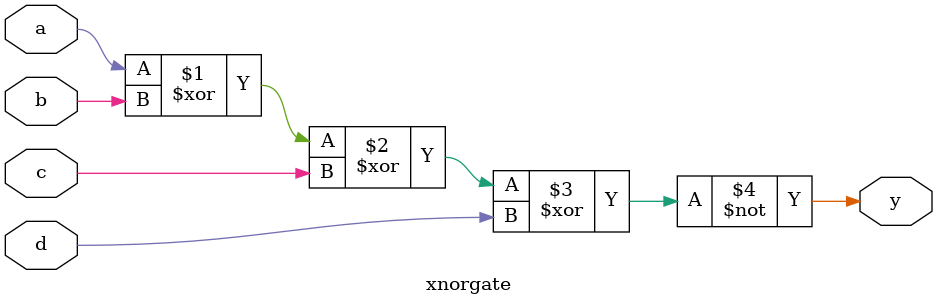
<source format=v>
module xnorgate(
input wire  a,
input wire b,
input wire c,
input wire d,
output wire  y);

assign y=~(a ^ b ^ c ^ d);

endmodule

</source>
